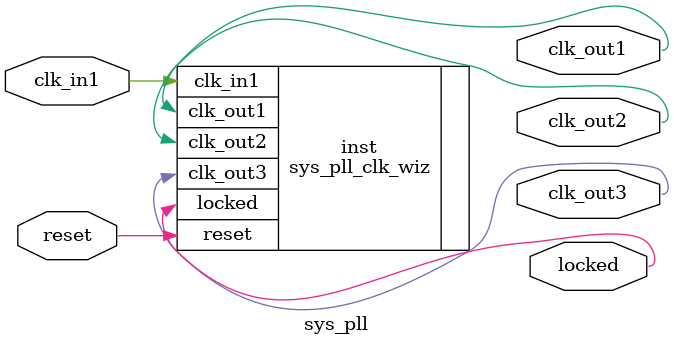
<source format=v>


`timescale 1ps/1ps

(* CORE_GENERATION_INFO = "sys_pll,clk_wiz_v6_0_6_0_0,{component_name=sys_pll,use_phase_alignment=true,use_min_o_jitter=false,use_max_i_jitter=false,use_dyn_phase_shift=false,use_inclk_switchover=false,use_dyn_reconfig=false,enable_axi=0,feedback_source=FDBK_AUTO,PRIMITIVE=MMCM,num_out_clk=3,clkin1_period=20.000,clkin2_period=10.0,use_power_down=false,use_reset=true,use_locked=true,use_inclk_stopped=false,feedback_type=SINGLE,CLOCK_MGR_TYPE=NA,manual_override=false}" *)

module sys_pll 
 (
  // Clock out ports
  output        clk_out1,
  output        clk_out2,
  output        clk_out3,
  // Status and control signals
  input         reset,
  output        locked,
 // Clock in ports
  input         clk_in1
 );

  sys_pll_clk_wiz inst
  (
  // Clock out ports  
  .clk_out1(clk_out1),
  .clk_out2(clk_out2),
  .clk_out3(clk_out3),
  // Status and control signals               
  .reset(reset), 
  .locked(locked),
 // Clock in ports
  .clk_in1(clk_in1)
  );

endmodule

</source>
